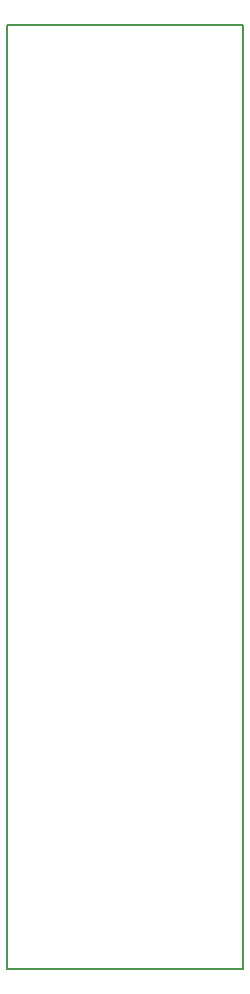
<source format=gko>
G04 #@! TF.FileFunction,Profile,NP*
%FSLAX46Y46*%
G04 Gerber Fmt 4.6, Leading zero omitted, Abs format (unit mm)*
G04 Created by KiCad (PCBNEW 4.0.2-stable) date 18.08.2017 15:48:39*
%MOMM*%
G01*
G04 APERTURE LIST*
%ADD10C,0.100000*%
%ADD11C,0.150000*%
G04 APERTURE END LIST*
D10*
D11*
X170000000Y-45000000D02*
X170000000Y-95000000D01*
X190000000Y-45000000D02*
X170000000Y-45000000D01*
X190000000Y-55000000D02*
X190000000Y-45000000D01*
X190000000Y-65000000D02*
X190000000Y-55000000D01*
X190000000Y-75000000D02*
X190000000Y-65000000D01*
X190000000Y-85000000D02*
X190000000Y-75000000D01*
X190000000Y-95000000D02*
X190000000Y-85000000D01*
X170000000Y-95000000D02*
X170000000Y-125000000D01*
X190000000Y-95000000D02*
X190000000Y-125000000D01*
X190000000Y-125000000D02*
X170000000Y-125000000D01*
M02*

</source>
